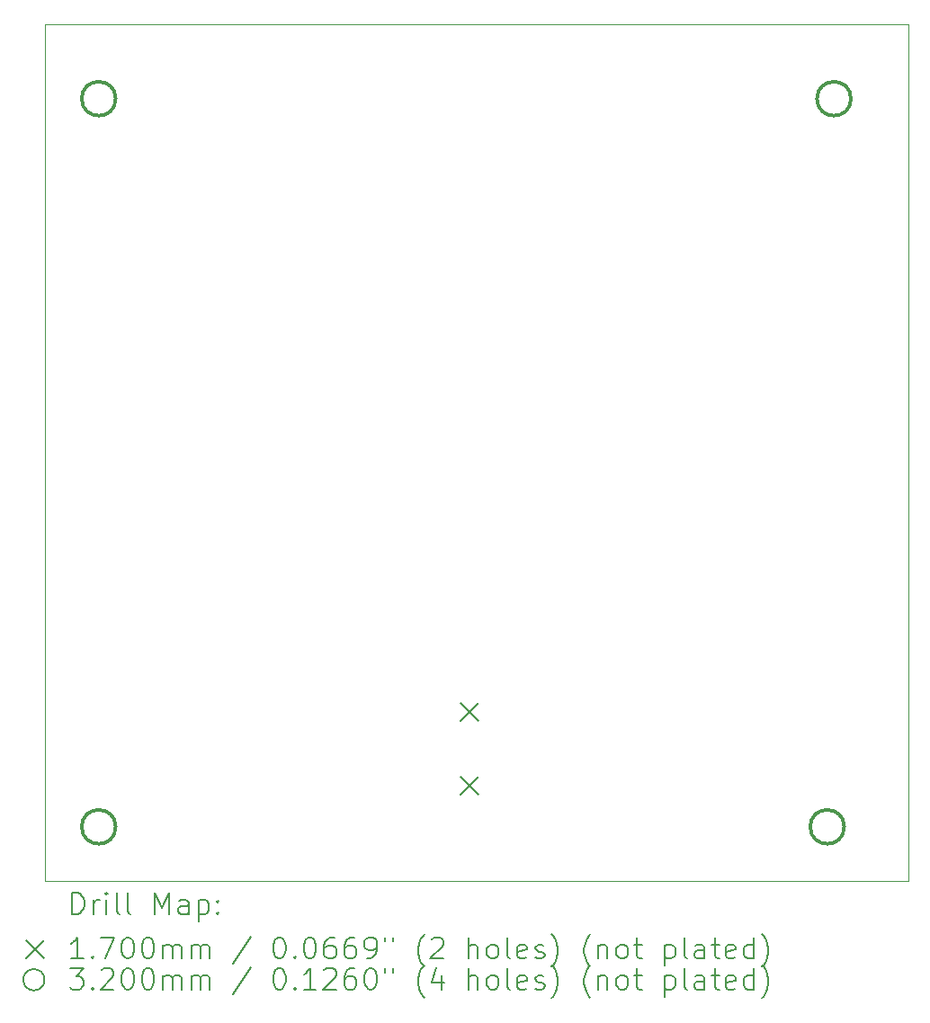
<source format=gbr>
%TF.GenerationSoftware,KiCad,Pcbnew,7.0.11-2.fc39*%
%TF.CreationDate,2024-04-27T19:46:21+02:00*%
%TF.ProjectId,tda2050-devboard,74646132-3035-4302-9d64-6576626f6172,rev?*%
%TF.SameCoordinates,Original*%
%TF.FileFunction,Drillmap*%
%TF.FilePolarity,Positive*%
%FSLAX45Y45*%
G04 Gerber Fmt 4.5, Leading zero omitted, Abs format (unit mm)*
G04 Created by KiCad (PCBNEW 7.0.11-2.fc39) date 2024-04-27 19:46:21*
%MOMM*%
%LPD*%
G01*
G04 APERTURE LIST*
%ADD10C,0.050000*%
%ADD11C,0.200000*%
%ADD12C,0.170000*%
%ADD13C,0.320000*%
G04 APERTURE END LIST*
D10*
X11112500Y-5842000D02*
X19240500Y-5842000D01*
X19240500Y-13906500D01*
X11112500Y-13906500D01*
X11112500Y-5842000D01*
D11*
D12*
X15028000Y-12228500D02*
X15198000Y-12398500D01*
X15198000Y-12228500D02*
X15028000Y-12398500D01*
X15028000Y-12928500D02*
X15198000Y-13098500D01*
X15198000Y-12928500D02*
X15028000Y-13098500D01*
D13*
X11780500Y-6540500D02*
G75*
G03*
X11460500Y-6540500I-160000J0D01*
G01*
X11460500Y-6540500D02*
G75*
G03*
X11780500Y-6540500I160000J0D01*
G01*
X11780500Y-13398500D02*
G75*
G03*
X11460500Y-13398500I-160000J0D01*
G01*
X11460500Y-13398500D02*
G75*
G03*
X11780500Y-13398500I160000J0D01*
G01*
X18638500Y-13398500D02*
G75*
G03*
X18318500Y-13398500I-160000J0D01*
G01*
X18318500Y-13398500D02*
G75*
G03*
X18638500Y-13398500I160000J0D01*
G01*
X18702000Y-6540500D02*
G75*
G03*
X18382000Y-6540500I-160000J0D01*
G01*
X18382000Y-6540500D02*
G75*
G03*
X18702000Y-6540500I160000J0D01*
G01*
D11*
X11370777Y-14220484D02*
X11370777Y-14020484D01*
X11370777Y-14020484D02*
X11418396Y-14020484D01*
X11418396Y-14020484D02*
X11446967Y-14030008D01*
X11446967Y-14030008D02*
X11466015Y-14049055D01*
X11466015Y-14049055D02*
X11475539Y-14068103D01*
X11475539Y-14068103D02*
X11485062Y-14106198D01*
X11485062Y-14106198D02*
X11485062Y-14134769D01*
X11485062Y-14134769D02*
X11475539Y-14172865D01*
X11475539Y-14172865D02*
X11466015Y-14191912D01*
X11466015Y-14191912D02*
X11446967Y-14210960D01*
X11446967Y-14210960D02*
X11418396Y-14220484D01*
X11418396Y-14220484D02*
X11370777Y-14220484D01*
X11570777Y-14220484D02*
X11570777Y-14087150D01*
X11570777Y-14125246D02*
X11580301Y-14106198D01*
X11580301Y-14106198D02*
X11589824Y-14096674D01*
X11589824Y-14096674D02*
X11608872Y-14087150D01*
X11608872Y-14087150D02*
X11627920Y-14087150D01*
X11694586Y-14220484D02*
X11694586Y-14087150D01*
X11694586Y-14020484D02*
X11685062Y-14030008D01*
X11685062Y-14030008D02*
X11694586Y-14039531D01*
X11694586Y-14039531D02*
X11704110Y-14030008D01*
X11704110Y-14030008D02*
X11694586Y-14020484D01*
X11694586Y-14020484D02*
X11694586Y-14039531D01*
X11818396Y-14220484D02*
X11799348Y-14210960D01*
X11799348Y-14210960D02*
X11789824Y-14191912D01*
X11789824Y-14191912D02*
X11789824Y-14020484D01*
X11923158Y-14220484D02*
X11904110Y-14210960D01*
X11904110Y-14210960D02*
X11894586Y-14191912D01*
X11894586Y-14191912D02*
X11894586Y-14020484D01*
X12151729Y-14220484D02*
X12151729Y-14020484D01*
X12151729Y-14020484D02*
X12218396Y-14163341D01*
X12218396Y-14163341D02*
X12285062Y-14020484D01*
X12285062Y-14020484D02*
X12285062Y-14220484D01*
X12466015Y-14220484D02*
X12466015Y-14115722D01*
X12466015Y-14115722D02*
X12456491Y-14096674D01*
X12456491Y-14096674D02*
X12437443Y-14087150D01*
X12437443Y-14087150D02*
X12399348Y-14087150D01*
X12399348Y-14087150D02*
X12380301Y-14096674D01*
X12466015Y-14210960D02*
X12446967Y-14220484D01*
X12446967Y-14220484D02*
X12399348Y-14220484D01*
X12399348Y-14220484D02*
X12380301Y-14210960D01*
X12380301Y-14210960D02*
X12370777Y-14191912D01*
X12370777Y-14191912D02*
X12370777Y-14172865D01*
X12370777Y-14172865D02*
X12380301Y-14153817D01*
X12380301Y-14153817D02*
X12399348Y-14144293D01*
X12399348Y-14144293D02*
X12446967Y-14144293D01*
X12446967Y-14144293D02*
X12466015Y-14134769D01*
X12561253Y-14087150D02*
X12561253Y-14287150D01*
X12561253Y-14096674D02*
X12580301Y-14087150D01*
X12580301Y-14087150D02*
X12618396Y-14087150D01*
X12618396Y-14087150D02*
X12637443Y-14096674D01*
X12637443Y-14096674D02*
X12646967Y-14106198D01*
X12646967Y-14106198D02*
X12656491Y-14125246D01*
X12656491Y-14125246D02*
X12656491Y-14182388D01*
X12656491Y-14182388D02*
X12646967Y-14201436D01*
X12646967Y-14201436D02*
X12637443Y-14210960D01*
X12637443Y-14210960D02*
X12618396Y-14220484D01*
X12618396Y-14220484D02*
X12580301Y-14220484D01*
X12580301Y-14220484D02*
X12561253Y-14210960D01*
X12742205Y-14201436D02*
X12751729Y-14210960D01*
X12751729Y-14210960D02*
X12742205Y-14220484D01*
X12742205Y-14220484D02*
X12732682Y-14210960D01*
X12732682Y-14210960D02*
X12742205Y-14201436D01*
X12742205Y-14201436D02*
X12742205Y-14220484D01*
X12742205Y-14096674D02*
X12751729Y-14106198D01*
X12751729Y-14106198D02*
X12742205Y-14115722D01*
X12742205Y-14115722D02*
X12732682Y-14106198D01*
X12732682Y-14106198D02*
X12742205Y-14096674D01*
X12742205Y-14096674D02*
X12742205Y-14115722D01*
D12*
X10940000Y-14464000D02*
X11110000Y-14634000D01*
X11110000Y-14464000D02*
X10940000Y-14634000D01*
D11*
X11475539Y-14640484D02*
X11361253Y-14640484D01*
X11418396Y-14640484D02*
X11418396Y-14440484D01*
X11418396Y-14440484D02*
X11399348Y-14469055D01*
X11399348Y-14469055D02*
X11380301Y-14488103D01*
X11380301Y-14488103D02*
X11361253Y-14497627D01*
X11561253Y-14621436D02*
X11570777Y-14630960D01*
X11570777Y-14630960D02*
X11561253Y-14640484D01*
X11561253Y-14640484D02*
X11551729Y-14630960D01*
X11551729Y-14630960D02*
X11561253Y-14621436D01*
X11561253Y-14621436D02*
X11561253Y-14640484D01*
X11637443Y-14440484D02*
X11770777Y-14440484D01*
X11770777Y-14440484D02*
X11685062Y-14640484D01*
X11885062Y-14440484D02*
X11904110Y-14440484D01*
X11904110Y-14440484D02*
X11923158Y-14450008D01*
X11923158Y-14450008D02*
X11932682Y-14459531D01*
X11932682Y-14459531D02*
X11942205Y-14478579D01*
X11942205Y-14478579D02*
X11951729Y-14516674D01*
X11951729Y-14516674D02*
X11951729Y-14564293D01*
X11951729Y-14564293D02*
X11942205Y-14602388D01*
X11942205Y-14602388D02*
X11932682Y-14621436D01*
X11932682Y-14621436D02*
X11923158Y-14630960D01*
X11923158Y-14630960D02*
X11904110Y-14640484D01*
X11904110Y-14640484D02*
X11885062Y-14640484D01*
X11885062Y-14640484D02*
X11866015Y-14630960D01*
X11866015Y-14630960D02*
X11856491Y-14621436D01*
X11856491Y-14621436D02*
X11846967Y-14602388D01*
X11846967Y-14602388D02*
X11837443Y-14564293D01*
X11837443Y-14564293D02*
X11837443Y-14516674D01*
X11837443Y-14516674D02*
X11846967Y-14478579D01*
X11846967Y-14478579D02*
X11856491Y-14459531D01*
X11856491Y-14459531D02*
X11866015Y-14450008D01*
X11866015Y-14450008D02*
X11885062Y-14440484D01*
X12075539Y-14440484D02*
X12094586Y-14440484D01*
X12094586Y-14440484D02*
X12113634Y-14450008D01*
X12113634Y-14450008D02*
X12123158Y-14459531D01*
X12123158Y-14459531D02*
X12132682Y-14478579D01*
X12132682Y-14478579D02*
X12142205Y-14516674D01*
X12142205Y-14516674D02*
X12142205Y-14564293D01*
X12142205Y-14564293D02*
X12132682Y-14602388D01*
X12132682Y-14602388D02*
X12123158Y-14621436D01*
X12123158Y-14621436D02*
X12113634Y-14630960D01*
X12113634Y-14630960D02*
X12094586Y-14640484D01*
X12094586Y-14640484D02*
X12075539Y-14640484D01*
X12075539Y-14640484D02*
X12056491Y-14630960D01*
X12056491Y-14630960D02*
X12046967Y-14621436D01*
X12046967Y-14621436D02*
X12037443Y-14602388D01*
X12037443Y-14602388D02*
X12027920Y-14564293D01*
X12027920Y-14564293D02*
X12027920Y-14516674D01*
X12027920Y-14516674D02*
X12037443Y-14478579D01*
X12037443Y-14478579D02*
X12046967Y-14459531D01*
X12046967Y-14459531D02*
X12056491Y-14450008D01*
X12056491Y-14450008D02*
X12075539Y-14440484D01*
X12227920Y-14640484D02*
X12227920Y-14507150D01*
X12227920Y-14526198D02*
X12237443Y-14516674D01*
X12237443Y-14516674D02*
X12256491Y-14507150D01*
X12256491Y-14507150D02*
X12285063Y-14507150D01*
X12285063Y-14507150D02*
X12304110Y-14516674D01*
X12304110Y-14516674D02*
X12313634Y-14535722D01*
X12313634Y-14535722D02*
X12313634Y-14640484D01*
X12313634Y-14535722D02*
X12323158Y-14516674D01*
X12323158Y-14516674D02*
X12342205Y-14507150D01*
X12342205Y-14507150D02*
X12370777Y-14507150D01*
X12370777Y-14507150D02*
X12389824Y-14516674D01*
X12389824Y-14516674D02*
X12399348Y-14535722D01*
X12399348Y-14535722D02*
X12399348Y-14640484D01*
X12494586Y-14640484D02*
X12494586Y-14507150D01*
X12494586Y-14526198D02*
X12504110Y-14516674D01*
X12504110Y-14516674D02*
X12523158Y-14507150D01*
X12523158Y-14507150D02*
X12551729Y-14507150D01*
X12551729Y-14507150D02*
X12570777Y-14516674D01*
X12570777Y-14516674D02*
X12580301Y-14535722D01*
X12580301Y-14535722D02*
X12580301Y-14640484D01*
X12580301Y-14535722D02*
X12589824Y-14516674D01*
X12589824Y-14516674D02*
X12608872Y-14507150D01*
X12608872Y-14507150D02*
X12637443Y-14507150D01*
X12637443Y-14507150D02*
X12656491Y-14516674D01*
X12656491Y-14516674D02*
X12666015Y-14535722D01*
X12666015Y-14535722D02*
X12666015Y-14640484D01*
X13056491Y-14430960D02*
X12885063Y-14688103D01*
X13313634Y-14440484D02*
X13332682Y-14440484D01*
X13332682Y-14440484D02*
X13351729Y-14450008D01*
X13351729Y-14450008D02*
X13361253Y-14459531D01*
X13361253Y-14459531D02*
X13370777Y-14478579D01*
X13370777Y-14478579D02*
X13380301Y-14516674D01*
X13380301Y-14516674D02*
X13380301Y-14564293D01*
X13380301Y-14564293D02*
X13370777Y-14602388D01*
X13370777Y-14602388D02*
X13361253Y-14621436D01*
X13361253Y-14621436D02*
X13351729Y-14630960D01*
X13351729Y-14630960D02*
X13332682Y-14640484D01*
X13332682Y-14640484D02*
X13313634Y-14640484D01*
X13313634Y-14640484D02*
X13294586Y-14630960D01*
X13294586Y-14630960D02*
X13285063Y-14621436D01*
X13285063Y-14621436D02*
X13275539Y-14602388D01*
X13275539Y-14602388D02*
X13266015Y-14564293D01*
X13266015Y-14564293D02*
X13266015Y-14516674D01*
X13266015Y-14516674D02*
X13275539Y-14478579D01*
X13275539Y-14478579D02*
X13285063Y-14459531D01*
X13285063Y-14459531D02*
X13294586Y-14450008D01*
X13294586Y-14450008D02*
X13313634Y-14440484D01*
X13466015Y-14621436D02*
X13475539Y-14630960D01*
X13475539Y-14630960D02*
X13466015Y-14640484D01*
X13466015Y-14640484D02*
X13456491Y-14630960D01*
X13456491Y-14630960D02*
X13466015Y-14621436D01*
X13466015Y-14621436D02*
X13466015Y-14640484D01*
X13599348Y-14440484D02*
X13618396Y-14440484D01*
X13618396Y-14440484D02*
X13637444Y-14450008D01*
X13637444Y-14450008D02*
X13646967Y-14459531D01*
X13646967Y-14459531D02*
X13656491Y-14478579D01*
X13656491Y-14478579D02*
X13666015Y-14516674D01*
X13666015Y-14516674D02*
X13666015Y-14564293D01*
X13666015Y-14564293D02*
X13656491Y-14602388D01*
X13656491Y-14602388D02*
X13646967Y-14621436D01*
X13646967Y-14621436D02*
X13637444Y-14630960D01*
X13637444Y-14630960D02*
X13618396Y-14640484D01*
X13618396Y-14640484D02*
X13599348Y-14640484D01*
X13599348Y-14640484D02*
X13580301Y-14630960D01*
X13580301Y-14630960D02*
X13570777Y-14621436D01*
X13570777Y-14621436D02*
X13561253Y-14602388D01*
X13561253Y-14602388D02*
X13551729Y-14564293D01*
X13551729Y-14564293D02*
X13551729Y-14516674D01*
X13551729Y-14516674D02*
X13561253Y-14478579D01*
X13561253Y-14478579D02*
X13570777Y-14459531D01*
X13570777Y-14459531D02*
X13580301Y-14450008D01*
X13580301Y-14450008D02*
X13599348Y-14440484D01*
X13837444Y-14440484D02*
X13799348Y-14440484D01*
X13799348Y-14440484D02*
X13780301Y-14450008D01*
X13780301Y-14450008D02*
X13770777Y-14459531D01*
X13770777Y-14459531D02*
X13751729Y-14488103D01*
X13751729Y-14488103D02*
X13742206Y-14526198D01*
X13742206Y-14526198D02*
X13742206Y-14602388D01*
X13742206Y-14602388D02*
X13751729Y-14621436D01*
X13751729Y-14621436D02*
X13761253Y-14630960D01*
X13761253Y-14630960D02*
X13780301Y-14640484D01*
X13780301Y-14640484D02*
X13818396Y-14640484D01*
X13818396Y-14640484D02*
X13837444Y-14630960D01*
X13837444Y-14630960D02*
X13846967Y-14621436D01*
X13846967Y-14621436D02*
X13856491Y-14602388D01*
X13856491Y-14602388D02*
X13856491Y-14554769D01*
X13856491Y-14554769D02*
X13846967Y-14535722D01*
X13846967Y-14535722D02*
X13837444Y-14526198D01*
X13837444Y-14526198D02*
X13818396Y-14516674D01*
X13818396Y-14516674D02*
X13780301Y-14516674D01*
X13780301Y-14516674D02*
X13761253Y-14526198D01*
X13761253Y-14526198D02*
X13751729Y-14535722D01*
X13751729Y-14535722D02*
X13742206Y-14554769D01*
X14027920Y-14440484D02*
X13989825Y-14440484D01*
X13989825Y-14440484D02*
X13970777Y-14450008D01*
X13970777Y-14450008D02*
X13961253Y-14459531D01*
X13961253Y-14459531D02*
X13942206Y-14488103D01*
X13942206Y-14488103D02*
X13932682Y-14526198D01*
X13932682Y-14526198D02*
X13932682Y-14602388D01*
X13932682Y-14602388D02*
X13942206Y-14621436D01*
X13942206Y-14621436D02*
X13951729Y-14630960D01*
X13951729Y-14630960D02*
X13970777Y-14640484D01*
X13970777Y-14640484D02*
X14008872Y-14640484D01*
X14008872Y-14640484D02*
X14027920Y-14630960D01*
X14027920Y-14630960D02*
X14037444Y-14621436D01*
X14037444Y-14621436D02*
X14046967Y-14602388D01*
X14046967Y-14602388D02*
X14046967Y-14554769D01*
X14046967Y-14554769D02*
X14037444Y-14535722D01*
X14037444Y-14535722D02*
X14027920Y-14526198D01*
X14027920Y-14526198D02*
X14008872Y-14516674D01*
X14008872Y-14516674D02*
X13970777Y-14516674D01*
X13970777Y-14516674D02*
X13951729Y-14526198D01*
X13951729Y-14526198D02*
X13942206Y-14535722D01*
X13942206Y-14535722D02*
X13932682Y-14554769D01*
X14142206Y-14640484D02*
X14180301Y-14640484D01*
X14180301Y-14640484D02*
X14199348Y-14630960D01*
X14199348Y-14630960D02*
X14208872Y-14621436D01*
X14208872Y-14621436D02*
X14227920Y-14592865D01*
X14227920Y-14592865D02*
X14237444Y-14554769D01*
X14237444Y-14554769D02*
X14237444Y-14478579D01*
X14237444Y-14478579D02*
X14227920Y-14459531D01*
X14227920Y-14459531D02*
X14218396Y-14450008D01*
X14218396Y-14450008D02*
X14199348Y-14440484D01*
X14199348Y-14440484D02*
X14161253Y-14440484D01*
X14161253Y-14440484D02*
X14142206Y-14450008D01*
X14142206Y-14450008D02*
X14132682Y-14459531D01*
X14132682Y-14459531D02*
X14123158Y-14478579D01*
X14123158Y-14478579D02*
X14123158Y-14526198D01*
X14123158Y-14526198D02*
X14132682Y-14545246D01*
X14132682Y-14545246D02*
X14142206Y-14554769D01*
X14142206Y-14554769D02*
X14161253Y-14564293D01*
X14161253Y-14564293D02*
X14199348Y-14564293D01*
X14199348Y-14564293D02*
X14218396Y-14554769D01*
X14218396Y-14554769D02*
X14227920Y-14545246D01*
X14227920Y-14545246D02*
X14237444Y-14526198D01*
X14313634Y-14440484D02*
X14313634Y-14478579D01*
X14389825Y-14440484D02*
X14389825Y-14478579D01*
X14685063Y-14716674D02*
X14675539Y-14707150D01*
X14675539Y-14707150D02*
X14656491Y-14678579D01*
X14656491Y-14678579D02*
X14646968Y-14659531D01*
X14646968Y-14659531D02*
X14637444Y-14630960D01*
X14637444Y-14630960D02*
X14627920Y-14583341D01*
X14627920Y-14583341D02*
X14627920Y-14545246D01*
X14627920Y-14545246D02*
X14637444Y-14497627D01*
X14637444Y-14497627D02*
X14646968Y-14469055D01*
X14646968Y-14469055D02*
X14656491Y-14450008D01*
X14656491Y-14450008D02*
X14675539Y-14421436D01*
X14675539Y-14421436D02*
X14685063Y-14411912D01*
X14751729Y-14459531D02*
X14761253Y-14450008D01*
X14761253Y-14450008D02*
X14780301Y-14440484D01*
X14780301Y-14440484D02*
X14827920Y-14440484D01*
X14827920Y-14440484D02*
X14846968Y-14450008D01*
X14846968Y-14450008D02*
X14856491Y-14459531D01*
X14856491Y-14459531D02*
X14866015Y-14478579D01*
X14866015Y-14478579D02*
X14866015Y-14497627D01*
X14866015Y-14497627D02*
X14856491Y-14526198D01*
X14856491Y-14526198D02*
X14742206Y-14640484D01*
X14742206Y-14640484D02*
X14866015Y-14640484D01*
X15104110Y-14640484D02*
X15104110Y-14440484D01*
X15189825Y-14640484D02*
X15189825Y-14535722D01*
X15189825Y-14535722D02*
X15180301Y-14516674D01*
X15180301Y-14516674D02*
X15161253Y-14507150D01*
X15161253Y-14507150D02*
X15132682Y-14507150D01*
X15132682Y-14507150D02*
X15113634Y-14516674D01*
X15113634Y-14516674D02*
X15104110Y-14526198D01*
X15313634Y-14640484D02*
X15294587Y-14630960D01*
X15294587Y-14630960D02*
X15285063Y-14621436D01*
X15285063Y-14621436D02*
X15275539Y-14602388D01*
X15275539Y-14602388D02*
X15275539Y-14545246D01*
X15275539Y-14545246D02*
X15285063Y-14526198D01*
X15285063Y-14526198D02*
X15294587Y-14516674D01*
X15294587Y-14516674D02*
X15313634Y-14507150D01*
X15313634Y-14507150D02*
X15342206Y-14507150D01*
X15342206Y-14507150D02*
X15361253Y-14516674D01*
X15361253Y-14516674D02*
X15370777Y-14526198D01*
X15370777Y-14526198D02*
X15380301Y-14545246D01*
X15380301Y-14545246D02*
X15380301Y-14602388D01*
X15380301Y-14602388D02*
X15370777Y-14621436D01*
X15370777Y-14621436D02*
X15361253Y-14630960D01*
X15361253Y-14630960D02*
X15342206Y-14640484D01*
X15342206Y-14640484D02*
X15313634Y-14640484D01*
X15494587Y-14640484D02*
X15475539Y-14630960D01*
X15475539Y-14630960D02*
X15466015Y-14611912D01*
X15466015Y-14611912D02*
X15466015Y-14440484D01*
X15646968Y-14630960D02*
X15627920Y-14640484D01*
X15627920Y-14640484D02*
X15589825Y-14640484D01*
X15589825Y-14640484D02*
X15570777Y-14630960D01*
X15570777Y-14630960D02*
X15561253Y-14611912D01*
X15561253Y-14611912D02*
X15561253Y-14535722D01*
X15561253Y-14535722D02*
X15570777Y-14516674D01*
X15570777Y-14516674D02*
X15589825Y-14507150D01*
X15589825Y-14507150D02*
X15627920Y-14507150D01*
X15627920Y-14507150D02*
X15646968Y-14516674D01*
X15646968Y-14516674D02*
X15656491Y-14535722D01*
X15656491Y-14535722D02*
X15656491Y-14554769D01*
X15656491Y-14554769D02*
X15561253Y-14573817D01*
X15732682Y-14630960D02*
X15751730Y-14640484D01*
X15751730Y-14640484D02*
X15789825Y-14640484D01*
X15789825Y-14640484D02*
X15808872Y-14630960D01*
X15808872Y-14630960D02*
X15818396Y-14611912D01*
X15818396Y-14611912D02*
X15818396Y-14602388D01*
X15818396Y-14602388D02*
X15808872Y-14583341D01*
X15808872Y-14583341D02*
X15789825Y-14573817D01*
X15789825Y-14573817D02*
X15761253Y-14573817D01*
X15761253Y-14573817D02*
X15742206Y-14564293D01*
X15742206Y-14564293D02*
X15732682Y-14545246D01*
X15732682Y-14545246D02*
X15732682Y-14535722D01*
X15732682Y-14535722D02*
X15742206Y-14516674D01*
X15742206Y-14516674D02*
X15761253Y-14507150D01*
X15761253Y-14507150D02*
X15789825Y-14507150D01*
X15789825Y-14507150D02*
X15808872Y-14516674D01*
X15885063Y-14716674D02*
X15894587Y-14707150D01*
X15894587Y-14707150D02*
X15913634Y-14678579D01*
X15913634Y-14678579D02*
X15923158Y-14659531D01*
X15923158Y-14659531D02*
X15932682Y-14630960D01*
X15932682Y-14630960D02*
X15942206Y-14583341D01*
X15942206Y-14583341D02*
X15942206Y-14545246D01*
X15942206Y-14545246D02*
X15932682Y-14497627D01*
X15932682Y-14497627D02*
X15923158Y-14469055D01*
X15923158Y-14469055D02*
X15913634Y-14450008D01*
X15913634Y-14450008D02*
X15894587Y-14421436D01*
X15894587Y-14421436D02*
X15885063Y-14411912D01*
X16246968Y-14716674D02*
X16237444Y-14707150D01*
X16237444Y-14707150D02*
X16218396Y-14678579D01*
X16218396Y-14678579D02*
X16208872Y-14659531D01*
X16208872Y-14659531D02*
X16199349Y-14630960D01*
X16199349Y-14630960D02*
X16189825Y-14583341D01*
X16189825Y-14583341D02*
X16189825Y-14545246D01*
X16189825Y-14545246D02*
X16199349Y-14497627D01*
X16199349Y-14497627D02*
X16208872Y-14469055D01*
X16208872Y-14469055D02*
X16218396Y-14450008D01*
X16218396Y-14450008D02*
X16237444Y-14421436D01*
X16237444Y-14421436D02*
X16246968Y-14411912D01*
X16323158Y-14507150D02*
X16323158Y-14640484D01*
X16323158Y-14526198D02*
X16332682Y-14516674D01*
X16332682Y-14516674D02*
X16351730Y-14507150D01*
X16351730Y-14507150D02*
X16380301Y-14507150D01*
X16380301Y-14507150D02*
X16399349Y-14516674D01*
X16399349Y-14516674D02*
X16408872Y-14535722D01*
X16408872Y-14535722D02*
X16408872Y-14640484D01*
X16532682Y-14640484D02*
X16513634Y-14630960D01*
X16513634Y-14630960D02*
X16504111Y-14621436D01*
X16504111Y-14621436D02*
X16494587Y-14602388D01*
X16494587Y-14602388D02*
X16494587Y-14545246D01*
X16494587Y-14545246D02*
X16504111Y-14526198D01*
X16504111Y-14526198D02*
X16513634Y-14516674D01*
X16513634Y-14516674D02*
X16532682Y-14507150D01*
X16532682Y-14507150D02*
X16561253Y-14507150D01*
X16561253Y-14507150D02*
X16580301Y-14516674D01*
X16580301Y-14516674D02*
X16589825Y-14526198D01*
X16589825Y-14526198D02*
X16599349Y-14545246D01*
X16599349Y-14545246D02*
X16599349Y-14602388D01*
X16599349Y-14602388D02*
X16589825Y-14621436D01*
X16589825Y-14621436D02*
X16580301Y-14630960D01*
X16580301Y-14630960D02*
X16561253Y-14640484D01*
X16561253Y-14640484D02*
X16532682Y-14640484D01*
X16656492Y-14507150D02*
X16732682Y-14507150D01*
X16685063Y-14440484D02*
X16685063Y-14611912D01*
X16685063Y-14611912D02*
X16694587Y-14630960D01*
X16694587Y-14630960D02*
X16713634Y-14640484D01*
X16713634Y-14640484D02*
X16732682Y-14640484D01*
X16951730Y-14507150D02*
X16951730Y-14707150D01*
X16951730Y-14516674D02*
X16970777Y-14507150D01*
X16970777Y-14507150D02*
X17008873Y-14507150D01*
X17008873Y-14507150D02*
X17027920Y-14516674D01*
X17027920Y-14516674D02*
X17037444Y-14526198D01*
X17037444Y-14526198D02*
X17046968Y-14545246D01*
X17046968Y-14545246D02*
X17046968Y-14602388D01*
X17046968Y-14602388D02*
X17037444Y-14621436D01*
X17037444Y-14621436D02*
X17027920Y-14630960D01*
X17027920Y-14630960D02*
X17008873Y-14640484D01*
X17008873Y-14640484D02*
X16970777Y-14640484D01*
X16970777Y-14640484D02*
X16951730Y-14630960D01*
X17161254Y-14640484D02*
X17142206Y-14630960D01*
X17142206Y-14630960D02*
X17132682Y-14611912D01*
X17132682Y-14611912D02*
X17132682Y-14440484D01*
X17323158Y-14640484D02*
X17323158Y-14535722D01*
X17323158Y-14535722D02*
X17313635Y-14516674D01*
X17313635Y-14516674D02*
X17294587Y-14507150D01*
X17294587Y-14507150D02*
X17256492Y-14507150D01*
X17256492Y-14507150D02*
X17237444Y-14516674D01*
X17323158Y-14630960D02*
X17304111Y-14640484D01*
X17304111Y-14640484D02*
X17256492Y-14640484D01*
X17256492Y-14640484D02*
X17237444Y-14630960D01*
X17237444Y-14630960D02*
X17227920Y-14611912D01*
X17227920Y-14611912D02*
X17227920Y-14592865D01*
X17227920Y-14592865D02*
X17237444Y-14573817D01*
X17237444Y-14573817D02*
X17256492Y-14564293D01*
X17256492Y-14564293D02*
X17304111Y-14564293D01*
X17304111Y-14564293D02*
X17323158Y-14554769D01*
X17389825Y-14507150D02*
X17466015Y-14507150D01*
X17418396Y-14440484D02*
X17418396Y-14611912D01*
X17418396Y-14611912D02*
X17427920Y-14630960D01*
X17427920Y-14630960D02*
X17446968Y-14640484D01*
X17446968Y-14640484D02*
X17466015Y-14640484D01*
X17608873Y-14630960D02*
X17589825Y-14640484D01*
X17589825Y-14640484D02*
X17551730Y-14640484D01*
X17551730Y-14640484D02*
X17532682Y-14630960D01*
X17532682Y-14630960D02*
X17523158Y-14611912D01*
X17523158Y-14611912D02*
X17523158Y-14535722D01*
X17523158Y-14535722D02*
X17532682Y-14516674D01*
X17532682Y-14516674D02*
X17551730Y-14507150D01*
X17551730Y-14507150D02*
X17589825Y-14507150D01*
X17589825Y-14507150D02*
X17608873Y-14516674D01*
X17608873Y-14516674D02*
X17618396Y-14535722D01*
X17618396Y-14535722D02*
X17618396Y-14554769D01*
X17618396Y-14554769D02*
X17523158Y-14573817D01*
X17789825Y-14640484D02*
X17789825Y-14440484D01*
X17789825Y-14630960D02*
X17770777Y-14640484D01*
X17770777Y-14640484D02*
X17732682Y-14640484D01*
X17732682Y-14640484D02*
X17713635Y-14630960D01*
X17713635Y-14630960D02*
X17704111Y-14621436D01*
X17704111Y-14621436D02*
X17694587Y-14602388D01*
X17694587Y-14602388D02*
X17694587Y-14545246D01*
X17694587Y-14545246D02*
X17704111Y-14526198D01*
X17704111Y-14526198D02*
X17713635Y-14516674D01*
X17713635Y-14516674D02*
X17732682Y-14507150D01*
X17732682Y-14507150D02*
X17770777Y-14507150D01*
X17770777Y-14507150D02*
X17789825Y-14516674D01*
X17866016Y-14716674D02*
X17875539Y-14707150D01*
X17875539Y-14707150D02*
X17894587Y-14678579D01*
X17894587Y-14678579D02*
X17904111Y-14659531D01*
X17904111Y-14659531D02*
X17913635Y-14630960D01*
X17913635Y-14630960D02*
X17923158Y-14583341D01*
X17923158Y-14583341D02*
X17923158Y-14545246D01*
X17923158Y-14545246D02*
X17913635Y-14497627D01*
X17913635Y-14497627D02*
X17904111Y-14469055D01*
X17904111Y-14469055D02*
X17894587Y-14450008D01*
X17894587Y-14450008D02*
X17875539Y-14421436D01*
X17875539Y-14421436D02*
X17866016Y-14411912D01*
X11110000Y-14839000D02*
G75*
G03*
X10910000Y-14839000I-100000J0D01*
G01*
X10910000Y-14839000D02*
G75*
G03*
X11110000Y-14839000I100000J0D01*
G01*
X11351729Y-14730484D02*
X11475539Y-14730484D01*
X11475539Y-14730484D02*
X11408872Y-14806674D01*
X11408872Y-14806674D02*
X11437443Y-14806674D01*
X11437443Y-14806674D02*
X11456491Y-14816198D01*
X11456491Y-14816198D02*
X11466015Y-14825722D01*
X11466015Y-14825722D02*
X11475539Y-14844769D01*
X11475539Y-14844769D02*
X11475539Y-14892388D01*
X11475539Y-14892388D02*
X11466015Y-14911436D01*
X11466015Y-14911436D02*
X11456491Y-14920960D01*
X11456491Y-14920960D02*
X11437443Y-14930484D01*
X11437443Y-14930484D02*
X11380301Y-14930484D01*
X11380301Y-14930484D02*
X11361253Y-14920960D01*
X11361253Y-14920960D02*
X11351729Y-14911436D01*
X11561253Y-14911436D02*
X11570777Y-14920960D01*
X11570777Y-14920960D02*
X11561253Y-14930484D01*
X11561253Y-14930484D02*
X11551729Y-14920960D01*
X11551729Y-14920960D02*
X11561253Y-14911436D01*
X11561253Y-14911436D02*
X11561253Y-14930484D01*
X11646967Y-14749531D02*
X11656491Y-14740008D01*
X11656491Y-14740008D02*
X11675539Y-14730484D01*
X11675539Y-14730484D02*
X11723158Y-14730484D01*
X11723158Y-14730484D02*
X11742205Y-14740008D01*
X11742205Y-14740008D02*
X11751729Y-14749531D01*
X11751729Y-14749531D02*
X11761253Y-14768579D01*
X11761253Y-14768579D02*
X11761253Y-14787627D01*
X11761253Y-14787627D02*
X11751729Y-14816198D01*
X11751729Y-14816198D02*
X11637443Y-14930484D01*
X11637443Y-14930484D02*
X11761253Y-14930484D01*
X11885062Y-14730484D02*
X11904110Y-14730484D01*
X11904110Y-14730484D02*
X11923158Y-14740008D01*
X11923158Y-14740008D02*
X11932682Y-14749531D01*
X11932682Y-14749531D02*
X11942205Y-14768579D01*
X11942205Y-14768579D02*
X11951729Y-14806674D01*
X11951729Y-14806674D02*
X11951729Y-14854293D01*
X11951729Y-14854293D02*
X11942205Y-14892388D01*
X11942205Y-14892388D02*
X11932682Y-14911436D01*
X11932682Y-14911436D02*
X11923158Y-14920960D01*
X11923158Y-14920960D02*
X11904110Y-14930484D01*
X11904110Y-14930484D02*
X11885062Y-14930484D01*
X11885062Y-14930484D02*
X11866015Y-14920960D01*
X11866015Y-14920960D02*
X11856491Y-14911436D01*
X11856491Y-14911436D02*
X11846967Y-14892388D01*
X11846967Y-14892388D02*
X11837443Y-14854293D01*
X11837443Y-14854293D02*
X11837443Y-14806674D01*
X11837443Y-14806674D02*
X11846967Y-14768579D01*
X11846967Y-14768579D02*
X11856491Y-14749531D01*
X11856491Y-14749531D02*
X11866015Y-14740008D01*
X11866015Y-14740008D02*
X11885062Y-14730484D01*
X12075539Y-14730484D02*
X12094586Y-14730484D01*
X12094586Y-14730484D02*
X12113634Y-14740008D01*
X12113634Y-14740008D02*
X12123158Y-14749531D01*
X12123158Y-14749531D02*
X12132682Y-14768579D01*
X12132682Y-14768579D02*
X12142205Y-14806674D01*
X12142205Y-14806674D02*
X12142205Y-14854293D01*
X12142205Y-14854293D02*
X12132682Y-14892388D01*
X12132682Y-14892388D02*
X12123158Y-14911436D01*
X12123158Y-14911436D02*
X12113634Y-14920960D01*
X12113634Y-14920960D02*
X12094586Y-14930484D01*
X12094586Y-14930484D02*
X12075539Y-14930484D01*
X12075539Y-14930484D02*
X12056491Y-14920960D01*
X12056491Y-14920960D02*
X12046967Y-14911436D01*
X12046967Y-14911436D02*
X12037443Y-14892388D01*
X12037443Y-14892388D02*
X12027920Y-14854293D01*
X12027920Y-14854293D02*
X12027920Y-14806674D01*
X12027920Y-14806674D02*
X12037443Y-14768579D01*
X12037443Y-14768579D02*
X12046967Y-14749531D01*
X12046967Y-14749531D02*
X12056491Y-14740008D01*
X12056491Y-14740008D02*
X12075539Y-14730484D01*
X12227920Y-14930484D02*
X12227920Y-14797150D01*
X12227920Y-14816198D02*
X12237443Y-14806674D01*
X12237443Y-14806674D02*
X12256491Y-14797150D01*
X12256491Y-14797150D02*
X12285063Y-14797150D01*
X12285063Y-14797150D02*
X12304110Y-14806674D01*
X12304110Y-14806674D02*
X12313634Y-14825722D01*
X12313634Y-14825722D02*
X12313634Y-14930484D01*
X12313634Y-14825722D02*
X12323158Y-14806674D01*
X12323158Y-14806674D02*
X12342205Y-14797150D01*
X12342205Y-14797150D02*
X12370777Y-14797150D01*
X12370777Y-14797150D02*
X12389824Y-14806674D01*
X12389824Y-14806674D02*
X12399348Y-14825722D01*
X12399348Y-14825722D02*
X12399348Y-14930484D01*
X12494586Y-14930484D02*
X12494586Y-14797150D01*
X12494586Y-14816198D02*
X12504110Y-14806674D01*
X12504110Y-14806674D02*
X12523158Y-14797150D01*
X12523158Y-14797150D02*
X12551729Y-14797150D01*
X12551729Y-14797150D02*
X12570777Y-14806674D01*
X12570777Y-14806674D02*
X12580301Y-14825722D01*
X12580301Y-14825722D02*
X12580301Y-14930484D01*
X12580301Y-14825722D02*
X12589824Y-14806674D01*
X12589824Y-14806674D02*
X12608872Y-14797150D01*
X12608872Y-14797150D02*
X12637443Y-14797150D01*
X12637443Y-14797150D02*
X12656491Y-14806674D01*
X12656491Y-14806674D02*
X12666015Y-14825722D01*
X12666015Y-14825722D02*
X12666015Y-14930484D01*
X13056491Y-14720960D02*
X12885063Y-14978103D01*
X13313634Y-14730484D02*
X13332682Y-14730484D01*
X13332682Y-14730484D02*
X13351729Y-14740008D01*
X13351729Y-14740008D02*
X13361253Y-14749531D01*
X13361253Y-14749531D02*
X13370777Y-14768579D01*
X13370777Y-14768579D02*
X13380301Y-14806674D01*
X13380301Y-14806674D02*
X13380301Y-14854293D01*
X13380301Y-14854293D02*
X13370777Y-14892388D01*
X13370777Y-14892388D02*
X13361253Y-14911436D01*
X13361253Y-14911436D02*
X13351729Y-14920960D01*
X13351729Y-14920960D02*
X13332682Y-14930484D01*
X13332682Y-14930484D02*
X13313634Y-14930484D01*
X13313634Y-14930484D02*
X13294586Y-14920960D01*
X13294586Y-14920960D02*
X13285063Y-14911436D01*
X13285063Y-14911436D02*
X13275539Y-14892388D01*
X13275539Y-14892388D02*
X13266015Y-14854293D01*
X13266015Y-14854293D02*
X13266015Y-14806674D01*
X13266015Y-14806674D02*
X13275539Y-14768579D01*
X13275539Y-14768579D02*
X13285063Y-14749531D01*
X13285063Y-14749531D02*
X13294586Y-14740008D01*
X13294586Y-14740008D02*
X13313634Y-14730484D01*
X13466015Y-14911436D02*
X13475539Y-14920960D01*
X13475539Y-14920960D02*
X13466015Y-14930484D01*
X13466015Y-14930484D02*
X13456491Y-14920960D01*
X13456491Y-14920960D02*
X13466015Y-14911436D01*
X13466015Y-14911436D02*
X13466015Y-14930484D01*
X13666015Y-14930484D02*
X13551729Y-14930484D01*
X13608872Y-14930484D02*
X13608872Y-14730484D01*
X13608872Y-14730484D02*
X13589825Y-14759055D01*
X13589825Y-14759055D02*
X13570777Y-14778103D01*
X13570777Y-14778103D02*
X13551729Y-14787627D01*
X13742206Y-14749531D02*
X13751729Y-14740008D01*
X13751729Y-14740008D02*
X13770777Y-14730484D01*
X13770777Y-14730484D02*
X13818396Y-14730484D01*
X13818396Y-14730484D02*
X13837444Y-14740008D01*
X13837444Y-14740008D02*
X13846967Y-14749531D01*
X13846967Y-14749531D02*
X13856491Y-14768579D01*
X13856491Y-14768579D02*
X13856491Y-14787627D01*
X13856491Y-14787627D02*
X13846967Y-14816198D01*
X13846967Y-14816198D02*
X13732682Y-14930484D01*
X13732682Y-14930484D02*
X13856491Y-14930484D01*
X14027920Y-14730484D02*
X13989825Y-14730484D01*
X13989825Y-14730484D02*
X13970777Y-14740008D01*
X13970777Y-14740008D02*
X13961253Y-14749531D01*
X13961253Y-14749531D02*
X13942206Y-14778103D01*
X13942206Y-14778103D02*
X13932682Y-14816198D01*
X13932682Y-14816198D02*
X13932682Y-14892388D01*
X13932682Y-14892388D02*
X13942206Y-14911436D01*
X13942206Y-14911436D02*
X13951729Y-14920960D01*
X13951729Y-14920960D02*
X13970777Y-14930484D01*
X13970777Y-14930484D02*
X14008872Y-14930484D01*
X14008872Y-14930484D02*
X14027920Y-14920960D01*
X14027920Y-14920960D02*
X14037444Y-14911436D01*
X14037444Y-14911436D02*
X14046967Y-14892388D01*
X14046967Y-14892388D02*
X14046967Y-14844769D01*
X14046967Y-14844769D02*
X14037444Y-14825722D01*
X14037444Y-14825722D02*
X14027920Y-14816198D01*
X14027920Y-14816198D02*
X14008872Y-14806674D01*
X14008872Y-14806674D02*
X13970777Y-14806674D01*
X13970777Y-14806674D02*
X13951729Y-14816198D01*
X13951729Y-14816198D02*
X13942206Y-14825722D01*
X13942206Y-14825722D02*
X13932682Y-14844769D01*
X14170777Y-14730484D02*
X14189825Y-14730484D01*
X14189825Y-14730484D02*
X14208872Y-14740008D01*
X14208872Y-14740008D02*
X14218396Y-14749531D01*
X14218396Y-14749531D02*
X14227920Y-14768579D01*
X14227920Y-14768579D02*
X14237444Y-14806674D01*
X14237444Y-14806674D02*
X14237444Y-14854293D01*
X14237444Y-14854293D02*
X14227920Y-14892388D01*
X14227920Y-14892388D02*
X14218396Y-14911436D01*
X14218396Y-14911436D02*
X14208872Y-14920960D01*
X14208872Y-14920960D02*
X14189825Y-14930484D01*
X14189825Y-14930484D02*
X14170777Y-14930484D01*
X14170777Y-14930484D02*
X14151729Y-14920960D01*
X14151729Y-14920960D02*
X14142206Y-14911436D01*
X14142206Y-14911436D02*
X14132682Y-14892388D01*
X14132682Y-14892388D02*
X14123158Y-14854293D01*
X14123158Y-14854293D02*
X14123158Y-14806674D01*
X14123158Y-14806674D02*
X14132682Y-14768579D01*
X14132682Y-14768579D02*
X14142206Y-14749531D01*
X14142206Y-14749531D02*
X14151729Y-14740008D01*
X14151729Y-14740008D02*
X14170777Y-14730484D01*
X14313634Y-14730484D02*
X14313634Y-14768579D01*
X14389825Y-14730484D02*
X14389825Y-14768579D01*
X14685063Y-15006674D02*
X14675539Y-14997150D01*
X14675539Y-14997150D02*
X14656491Y-14968579D01*
X14656491Y-14968579D02*
X14646968Y-14949531D01*
X14646968Y-14949531D02*
X14637444Y-14920960D01*
X14637444Y-14920960D02*
X14627920Y-14873341D01*
X14627920Y-14873341D02*
X14627920Y-14835246D01*
X14627920Y-14835246D02*
X14637444Y-14787627D01*
X14637444Y-14787627D02*
X14646968Y-14759055D01*
X14646968Y-14759055D02*
X14656491Y-14740008D01*
X14656491Y-14740008D02*
X14675539Y-14711436D01*
X14675539Y-14711436D02*
X14685063Y-14701912D01*
X14846968Y-14797150D02*
X14846968Y-14930484D01*
X14799348Y-14720960D02*
X14751729Y-14863817D01*
X14751729Y-14863817D02*
X14875539Y-14863817D01*
X15104110Y-14930484D02*
X15104110Y-14730484D01*
X15189825Y-14930484D02*
X15189825Y-14825722D01*
X15189825Y-14825722D02*
X15180301Y-14806674D01*
X15180301Y-14806674D02*
X15161253Y-14797150D01*
X15161253Y-14797150D02*
X15132682Y-14797150D01*
X15132682Y-14797150D02*
X15113634Y-14806674D01*
X15113634Y-14806674D02*
X15104110Y-14816198D01*
X15313634Y-14930484D02*
X15294587Y-14920960D01*
X15294587Y-14920960D02*
X15285063Y-14911436D01*
X15285063Y-14911436D02*
X15275539Y-14892388D01*
X15275539Y-14892388D02*
X15275539Y-14835246D01*
X15275539Y-14835246D02*
X15285063Y-14816198D01*
X15285063Y-14816198D02*
X15294587Y-14806674D01*
X15294587Y-14806674D02*
X15313634Y-14797150D01*
X15313634Y-14797150D02*
X15342206Y-14797150D01*
X15342206Y-14797150D02*
X15361253Y-14806674D01*
X15361253Y-14806674D02*
X15370777Y-14816198D01*
X15370777Y-14816198D02*
X15380301Y-14835246D01*
X15380301Y-14835246D02*
X15380301Y-14892388D01*
X15380301Y-14892388D02*
X15370777Y-14911436D01*
X15370777Y-14911436D02*
X15361253Y-14920960D01*
X15361253Y-14920960D02*
X15342206Y-14930484D01*
X15342206Y-14930484D02*
X15313634Y-14930484D01*
X15494587Y-14930484D02*
X15475539Y-14920960D01*
X15475539Y-14920960D02*
X15466015Y-14901912D01*
X15466015Y-14901912D02*
X15466015Y-14730484D01*
X15646968Y-14920960D02*
X15627920Y-14930484D01*
X15627920Y-14930484D02*
X15589825Y-14930484D01*
X15589825Y-14930484D02*
X15570777Y-14920960D01*
X15570777Y-14920960D02*
X15561253Y-14901912D01*
X15561253Y-14901912D02*
X15561253Y-14825722D01*
X15561253Y-14825722D02*
X15570777Y-14806674D01*
X15570777Y-14806674D02*
X15589825Y-14797150D01*
X15589825Y-14797150D02*
X15627920Y-14797150D01*
X15627920Y-14797150D02*
X15646968Y-14806674D01*
X15646968Y-14806674D02*
X15656491Y-14825722D01*
X15656491Y-14825722D02*
X15656491Y-14844769D01*
X15656491Y-14844769D02*
X15561253Y-14863817D01*
X15732682Y-14920960D02*
X15751730Y-14930484D01*
X15751730Y-14930484D02*
X15789825Y-14930484D01*
X15789825Y-14930484D02*
X15808872Y-14920960D01*
X15808872Y-14920960D02*
X15818396Y-14901912D01*
X15818396Y-14901912D02*
X15818396Y-14892388D01*
X15818396Y-14892388D02*
X15808872Y-14873341D01*
X15808872Y-14873341D02*
X15789825Y-14863817D01*
X15789825Y-14863817D02*
X15761253Y-14863817D01*
X15761253Y-14863817D02*
X15742206Y-14854293D01*
X15742206Y-14854293D02*
X15732682Y-14835246D01*
X15732682Y-14835246D02*
X15732682Y-14825722D01*
X15732682Y-14825722D02*
X15742206Y-14806674D01*
X15742206Y-14806674D02*
X15761253Y-14797150D01*
X15761253Y-14797150D02*
X15789825Y-14797150D01*
X15789825Y-14797150D02*
X15808872Y-14806674D01*
X15885063Y-15006674D02*
X15894587Y-14997150D01*
X15894587Y-14997150D02*
X15913634Y-14968579D01*
X15913634Y-14968579D02*
X15923158Y-14949531D01*
X15923158Y-14949531D02*
X15932682Y-14920960D01*
X15932682Y-14920960D02*
X15942206Y-14873341D01*
X15942206Y-14873341D02*
X15942206Y-14835246D01*
X15942206Y-14835246D02*
X15932682Y-14787627D01*
X15932682Y-14787627D02*
X15923158Y-14759055D01*
X15923158Y-14759055D02*
X15913634Y-14740008D01*
X15913634Y-14740008D02*
X15894587Y-14711436D01*
X15894587Y-14711436D02*
X15885063Y-14701912D01*
X16246968Y-15006674D02*
X16237444Y-14997150D01*
X16237444Y-14997150D02*
X16218396Y-14968579D01*
X16218396Y-14968579D02*
X16208872Y-14949531D01*
X16208872Y-14949531D02*
X16199349Y-14920960D01*
X16199349Y-14920960D02*
X16189825Y-14873341D01*
X16189825Y-14873341D02*
X16189825Y-14835246D01*
X16189825Y-14835246D02*
X16199349Y-14787627D01*
X16199349Y-14787627D02*
X16208872Y-14759055D01*
X16208872Y-14759055D02*
X16218396Y-14740008D01*
X16218396Y-14740008D02*
X16237444Y-14711436D01*
X16237444Y-14711436D02*
X16246968Y-14701912D01*
X16323158Y-14797150D02*
X16323158Y-14930484D01*
X16323158Y-14816198D02*
X16332682Y-14806674D01*
X16332682Y-14806674D02*
X16351730Y-14797150D01*
X16351730Y-14797150D02*
X16380301Y-14797150D01*
X16380301Y-14797150D02*
X16399349Y-14806674D01*
X16399349Y-14806674D02*
X16408872Y-14825722D01*
X16408872Y-14825722D02*
X16408872Y-14930484D01*
X16532682Y-14930484D02*
X16513634Y-14920960D01*
X16513634Y-14920960D02*
X16504111Y-14911436D01*
X16504111Y-14911436D02*
X16494587Y-14892388D01*
X16494587Y-14892388D02*
X16494587Y-14835246D01*
X16494587Y-14835246D02*
X16504111Y-14816198D01*
X16504111Y-14816198D02*
X16513634Y-14806674D01*
X16513634Y-14806674D02*
X16532682Y-14797150D01*
X16532682Y-14797150D02*
X16561253Y-14797150D01*
X16561253Y-14797150D02*
X16580301Y-14806674D01*
X16580301Y-14806674D02*
X16589825Y-14816198D01*
X16589825Y-14816198D02*
X16599349Y-14835246D01*
X16599349Y-14835246D02*
X16599349Y-14892388D01*
X16599349Y-14892388D02*
X16589825Y-14911436D01*
X16589825Y-14911436D02*
X16580301Y-14920960D01*
X16580301Y-14920960D02*
X16561253Y-14930484D01*
X16561253Y-14930484D02*
X16532682Y-14930484D01*
X16656492Y-14797150D02*
X16732682Y-14797150D01*
X16685063Y-14730484D02*
X16685063Y-14901912D01*
X16685063Y-14901912D02*
X16694587Y-14920960D01*
X16694587Y-14920960D02*
X16713634Y-14930484D01*
X16713634Y-14930484D02*
X16732682Y-14930484D01*
X16951730Y-14797150D02*
X16951730Y-14997150D01*
X16951730Y-14806674D02*
X16970777Y-14797150D01*
X16970777Y-14797150D02*
X17008873Y-14797150D01*
X17008873Y-14797150D02*
X17027920Y-14806674D01*
X17027920Y-14806674D02*
X17037444Y-14816198D01*
X17037444Y-14816198D02*
X17046968Y-14835246D01*
X17046968Y-14835246D02*
X17046968Y-14892388D01*
X17046968Y-14892388D02*
X17037444Y-14911436D01*
X17037444Y-14911436D02*
X17027920Y-14920960D01*
X17027920Y-14920960D02*
X17008873Y-14930484D01*
X17008873Y-14930484D02*
X16970777Y-14930484D01*
X16970777Y-14930484D02*
X16951730Y-14920960D01*
X17161254Y-14930484D02*
X17142206Y-14920960D01*
X17142206Y-14920960D02*
X17132682Y-14901912D01*
X17132682Y-14901912D02*
X17132682Y-14730484D01*
X17323158Y-14930484D02*
X17323158Y-14825722D01*
X17323158Y-14825722D02*
X17313635Y-14806674D01*
X17313635Y-14806674D02*
X17294587Y-14797150D01*
X17294587Y-14797150D02*
X17256492Y-14797150D01*
X17256492Y-14797150D02*
X17237444Y-14806674D01*
X17323158Y-14920960D02*
X17304111Y-14930484D01*
X17304111Y-14930484D02*
X17256492Y-14930484D01*
X17256492Y-14930484D02*
X17237444Y-14920960D01*
X17237444Y-14920960D02*
X17227920Y-14901912D01*
X17227920Y-14901912D02*
X17227920Y-14882865D01*
X17227920Y-14882865D02*
X17237444Y-14863817D01*
X17237444Y-14863817D02*
X17256492Y-14854293D01*
X17256492Y-14854293D02*
X17304111Y-14854293D01*
X17304111Y-14854293D02*
X17323158Y-14844769D01*
X17389825Y-14797150D02*
X17466015Y-14797150D01*
X17418396Y-14730484D02*
X17418396Y-14901912D01*
X17418396Y-14901912D02*
X17427920Y-14920960D01*
X17427920Y-14920960D02*
X17446968Y-14930484D01*
X17446968Y-14930484D02*
X17466015Y-14930484D01*
X17608873Y-14920960D02*
X17589825Y-14930484D01*
X17589825Y-14930484D02*
X17551730Y-14930484D01*
X17551730Y-14930484D02*
X17532682Y-14920960D01*
X17532682Y-14920960D02*
X17523158Y-14901912D01*
X17523158Y-14901912D02*
X17523158Y-14825722D01*
X17523158Y-14825722D02*
X17532682Y-14806674D01*
X17532682Y-14806674D02*
X17551730Y-14797150D01*
X17551730Y-14797150D02*
X17589825Y-14797150D01*
X17589825Y-14797150D02*
X17608873Y-14806674D01*
X17608873Y-14806674D02*
X17618396Y-14825722D01*
X17618396Y-14825722D02*
X17618396Y-14844769D01*
X17618396Y-14844769D02*
X17523158Y-14863817D01*
X17789825Y-14930484D02*
X17789825Y-14730484D01*
X17789825Y-14920960D02*
X17770777Y-14930484D01*
X17770777Y-14930484D02*
X17732682Y-14930484D01*
X17732682Y-14930484D02*
X17713635Y-14920960D01*
X17713635Y-14920960D02*
X17704111Y-14911436D01*
X17704111Y-14911436D02*
X17694587Y-14892388D01*
X17694587Y-14892388D02*
X17694587Y-14835246D01*
X17694587Y-14835246D02*
X17704111Y-14816198D01*
X17704111Y-14816198D02*
X17713635Y-14806674D01*
X17713635Y-14806674D02*
X17732682Y-14797150D01*
X17732682Y-14797150D02*
X17770777Y-14797150D01*
X17770777Y-14797150D02*
X17789825Y-14806674D01*
X17866016Y-15006674D02*
X17875539Y-14997150D01*
X17875539Y-14997150D02*
X17894587Y-14968579D01*
X17894587Y-14968579D02*
X17904111Y-14949531D01*
X17904111Y-14949531D02*
X17913635Y-14920960D01*
X17913635Y-14920960D02*
X17923158Y-14873341D01*
X17923158Y-14873341D02*
X17923158Y-14835246D01*
X17923158Y-14835246D02*
X17913635Y-14787627D01*
X17913635Y-14787627D02*
X17904111Y-14759055D01*
X17904111Y-14759055D02*
X17894587Y-14740008D01*
X17894587Y-14740008D02*
X17875539Y-14711436D01*
X17875539Y-14711436D02*
X17866016Y-14701912D01*
M02*

</source>
